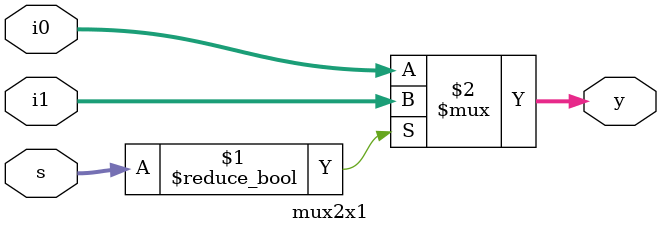
<source format=v>
module top_module(
    input [31:0] a,
    input [31:0] b,
    output [31:0] sum
);
    wire w1;
    wire [15:0]w2,w3;
    add16  a1(.a(a[15:0]),.b(b[15:0]),.sum(sum[15:0]),.cout(w1));
    add16  a2(.a(a[31:16]),.b(b[31:16]),.cin(1'b0),.sum(w2[15:0]));
    add16  a3(.a(a[31:16]),.b(b[31:16]),.cin(1'b1),.sum(w3[15:0]));
    mux2x1 m1(.i0(w2),.i1(w3),.s(w1),.y(sum[31:16]));
endmodule

module mux2x1(input[15:0]i0,i1,s,output [15:0]y);
    assign y=s?i1:i0;
endmodule

</source>
